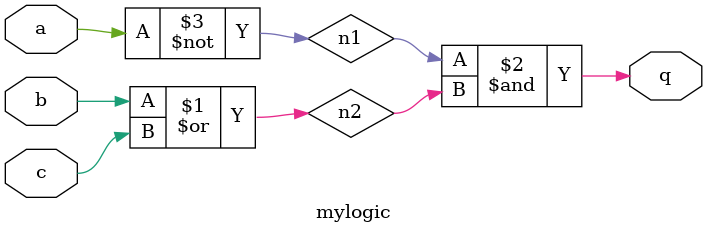
<source format=v>
module mylogic(a, b, c, q);

  input a, b, c;
  output q;
  wire n1, n2;

  not INV1(n1, a);	// "not" is available instead of "inv"
  or  OR1(n2, b, c);
  and AND1(q, n1, n2);

endmodule 

</source>
